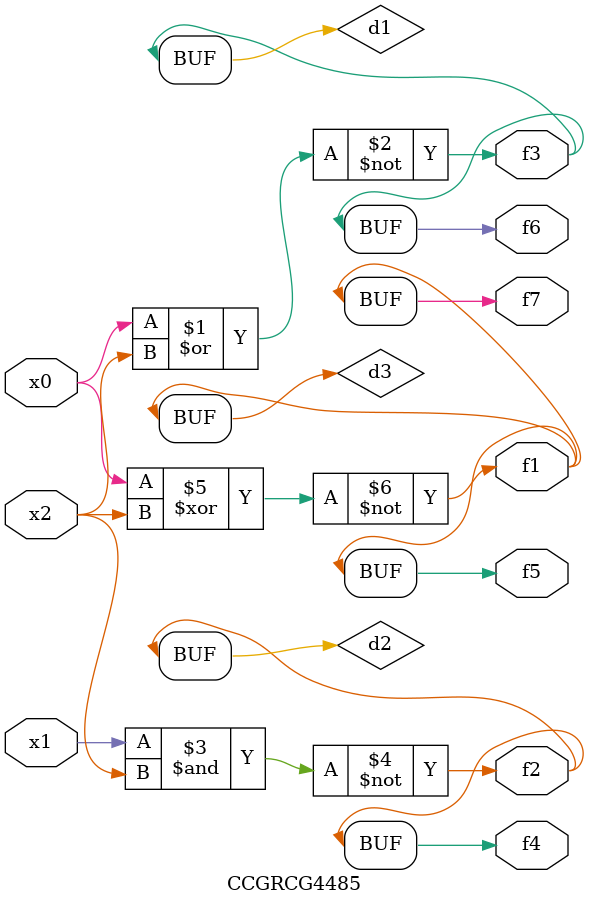
<source format=v>
module CCGRCG4485(
	input x0, x1, x2,
	output f1, f2, f3, f4, f5, f6, f7
);

	wire d1, d2, d3;

	nor (d1, x0, x2);
	nand (d2, x1, x2);
	xnor (d3, x0, x2);
	assign f1 = d3;
	assign f2 = d2;
	assign f3 = d1;
	assign f4 = d2;
	assign f5 = d3;
	assign f6 = d1;
	assign f7 = d3;
endmodule

</source>
